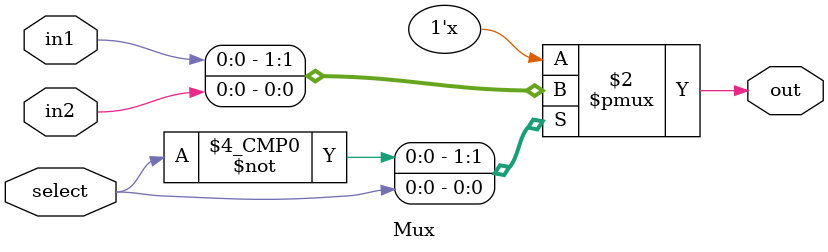
<source format=sv>
module Mux(
    input logic in1,in2,select,
    output logic out
    );
    always_comb begin
        case(select)
           0:
             out=in1;
           1:
             out=in2;
        endcase
    end
endmodule

</source>
